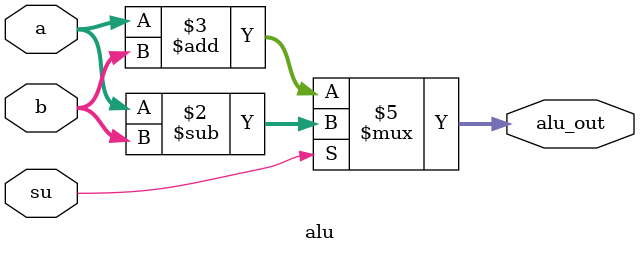
<source format=v>
module alu(a , b, alu_out, su); // su for subtract enable , eu for enable output to the bus

input [7:0] a, b ;
input su;
output reg [7:0] alu_out ;


always @(*)
begin
    if (su) alu_out = a - b ;
	 else alu_out = a + b ;
end 

endmodule 
</source>
